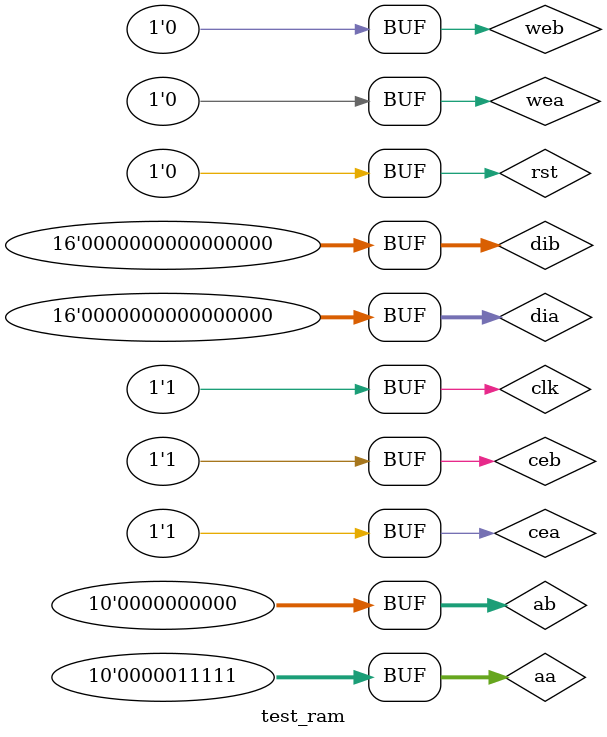
<source format=v>
`timescale 1ns / 1ps
module test_ram;

	// Inputs
	reg [9:0] aa;
	reg [9:0] ab;
	reg [15:0] dia;
	reg [15:0] dib;
	reg cea;
	reg ceb;
	reg wea;
	reg web;
	reg clk;
	reg rst;

	// Outputs
	wire [15:0] doa;
	wire [15:0] dob;

	// Instantiate the Unit Under Test (UUT)
	blink6ram uut (
		.aa(aa), 
		.ab(ab), 
		.dia(dia), 
		.dib(dib), 
		.doa(doa), 
		.dob(dob), 
		.cea(cea), 
		.ceb(ceb), 
		.wea(wea), 
		.web(web), 
		.clk(clk), 
		.rst(1'b0)
	);

	initial begin
		// Initialize Inputs
		aa = -1;
		ab = 0;
		dia = 0;
		dib = 0;
		cea = 1;
		ceb = 1;
		wea = 0;
		web = 0;
		clk = 0;
		rst = 0;

		// Wait 100 ns for global reset to finish
		#100;
      // Reset
		repeat (8)
		begin
			#5 clk = 0; rst = 1;
			#5 clk = 1;
		end
		// read contents
		repeat (32)
		begin
			#5 clk = 0; rst = 0; aa = aa + 1;
			#5 clk = 1;
		end

	end
      
endmodule


</source>
